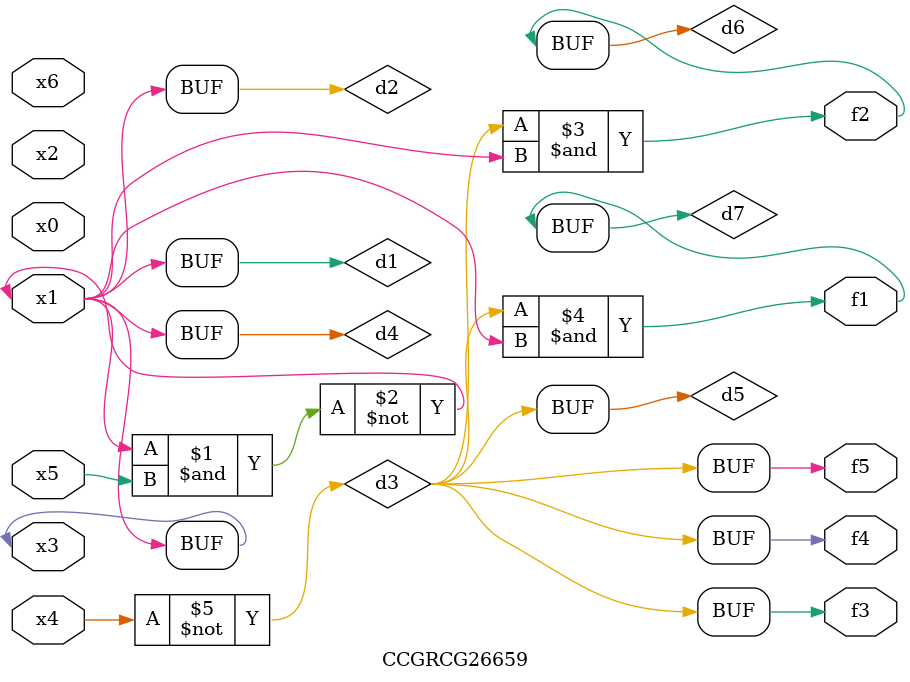
<source format=v>
module CCGRCG26659(
	input x0, x1, x2, x3, x4, x5, x6,
	output f1, f2, f3, f4, f5
);

	wire d1, d2, d3, d4, d5, d6, d7;

	buf (d1, x1, x3);
	nand (d2, x1, x5);
	not (d3, x4);
	buf (d4, d1, d2);
	buf (d5, d3);
	and (d6, d3, d4);
	and (d7, d3, d4);
	assign f1 = d7;
	assign f2 = d6;
	assign f3 = d5;
	assign f4 = d5;
	assign f5 = d5;
endmodule

</source>
